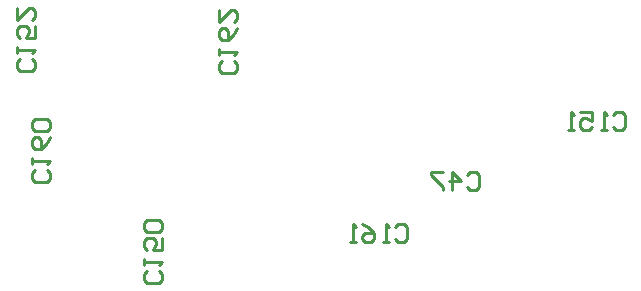
<source format=gbr>
%TF.GenerationSoftware,Altium Limited,Altium Designer,25.3.3 (18)*%
G04 Layer_Color=32768*
%FSLAX45Y45*%
%MOMM*%
%TF.SameCoordinates,95E4F6BA-DA47-4B25-BB43-2529A7C35442*%
%TF.FilePolarity,Positive*%
%TF.FileFunction,Other,Mechanical_3*%
%TF.Part,CustomerPanel*%
G01*
G75*
%TA.AperFunction,NonConductor*%
%ADD111C,0.25400*%
D111*
X3343184Y3064954D02*
X3368575Y3039562D01*
Y2988778D01*
X3343184Y2963387D01*
X3241617D01*
X3216225Y2988778D01*
Y3039562D01*
X3241617Y3064954D01*
X3216225Y3115737D02*
Y3166521D01*
Y3141129D01*
X3368575D01*
X3343184Y3115737D01*
X3368575Y3344263D02*
Y3242696D01*
X3292400D01*
X3317792Y3293480D01*
Y3318871D01*
X3292400Y3344263D01*
X3241617D01*
X3216225Y3318871D01*
Y3268088D01*
X3241617Y3242696D01*
X3343184Y3395047D02*
X3368575Y3420439D01*
Y3471222D01*
X3343184Y3496614D01*
X3241617D01*
X3216225Y3471222D01*
Y3420439D01*
X3241617Y3395047D01*
X3343184D01*
X7182054Y4380783D02*
X7207446Y4406175D01*
X7258230D01*
X7283622Y4380783D01*
Y4279216D01*
X7258230Y4253825D01*
X7207446D01*
X7182054Y4279216D01*
X7131271Y4253825D02*
X7080487D01*
X7105879D01*
Y4406175D01*
X7131271Y4380783D01*
X6902745Y4406175D02*
X7004312D01*
Y4330000D01*
X6953529Y4355392D01*
X6928137D01*
X6902745Y4330000D01*
Y4279216D01*
X6928137Y4253825D01*
X6978920D01*
X7004312Y4279216D01*
X6851961Y4253825D02*
X6801178D01*
X6826570D01*
Y4406175D01*
X6851961Y4380783D01*
X2263183Y4854954D02*
X2288575Y4829562D01*
Y4778778D01*
X2263183Y4753386D01*
X2161616D01*
X2136225Y4778778D01*
Y4829562D01*
X2161616Y4854954D01*
X2136225Y4905737D02*
Y4956521D01*
Y4931129D01*
X2288575D01*
X2263183Y4905737D01*
X2288575Y5134263D02*
Y5032696D01*
X2212400D01*
X2237792Y5083480D01*
Y5108871D01*
X2212400Y5134263D01*
X2161616D01*
X2136225Y5108871D01*
Y5058088D01*
X2161616Y5032696D01*
X2136225Y5286614D02*
Y5185047D01*
X2237792Y5286614D01*
X2263183D01*
X2288575Y5261222D01*
Y5210439D01*
X2263183Y5185047D01*
X5943967Y3870783D02*
X5969359Y3896175D01*
X6020142D01*
X6045534Y3870783D01*
Y3769216D01*
X6020142Y3743825D01*
X5969359D01*
X5943967Y3769216D01*
X5817008Y3743825D02*
Y3896175D01*
X5893184Y3820000D01*
X5791616D01*
X5740833Y3896175D02*
X5639266D01*
Y3870783D01*
X5740833Y3769216D01*
Y3743825D01*
X2393183Y3914954D02*
X2418575Y3889562D01*
Y3838778D01*
X2393183Y3813386D01*
X2291616D01*
X2266225Y3838778D01*
Y3889562D01*
X2291616Y3914954D01*
X2266225Y3965737D02*
Y4016521D01*
Y3991129D01*
X2418575D01*
X2393183Y3965737D01*
X2418575Y4194263D02*
X2393183Y4143479D01*
X2342400Y4092696D01*
X2291616D01*
X2266225Y4118088D01*
Y4168871D01*
X2291616Y4194263D01*
X2317008D01*
X2342400Y4168871D01*
Y4092696D01*
X2393183Y4245047D02*
X2418575Y4270438D01*
Y4321222D01*
X2393183Y4346614D01*
X2291616D01*
X2266225Y4321222D01*
Y4270438D01*
X2291616Y4245047D01*
X2393183D01*
X5342055Y3430784D02*
X5367446Y3456175D01*
X5418230D01*
X5443622Y3430784D01*
Y3329217D01*
X5418230Y3303825D01*
X5367446D01*
X5342055Y3329217D01*
X5291271Y3303825D02*
X5240488D01*
X5265879D01*
Y3456175D01*
X5291271Y3430784D01*
X5062745Y3456175D02*
X5113529Y3430784D01*
X5164312Y3380000D01*
Y3329217D01*
X5138920Y3303825D01*
X5088137D01*
X5062745Y3329217D01*
Y3354608D01*
X5088137Y3380000D01*
X5164312D01*
X5011962Y3303825D02*
X4961178D01*
X4986570D01*
Y3456175D01*
X5011962Y3430784D01*
X3971256Y4837404D02*
X3996648Y4812012D01*
Y4761228D01*
X3971256Y4735837D01*
X3869689D01*
X3844297Y4761228D01*
Y4812012D01*
X3869689Y4837404D01*
X3844297Y4888187D02*
Y4938971D01*
Y4913579D01*
X3996648D01*
X3971256Y4888187D01*
X3996648Y5116713D02*
X3971256Y5065930D01*
X3920472Y5015146D01*
X3869689D01*
X3844297Y5040538D01*
Y5091322D01*
X3869689Y5116713D01*
X3895081D01*
X3920472Y5091322D01*
Y5015146D01*
X3844297Y5269064D02*
Y5167497D01*
X3945864Y5269064D01*
X3971256D01*
X3996648Y5243672D01*
Y5192889D01*
X3971256Y5167497D01*
%TF.MD5,4288c612586b3d40466829e8ab2f3ac8*%
M02*

</source>
